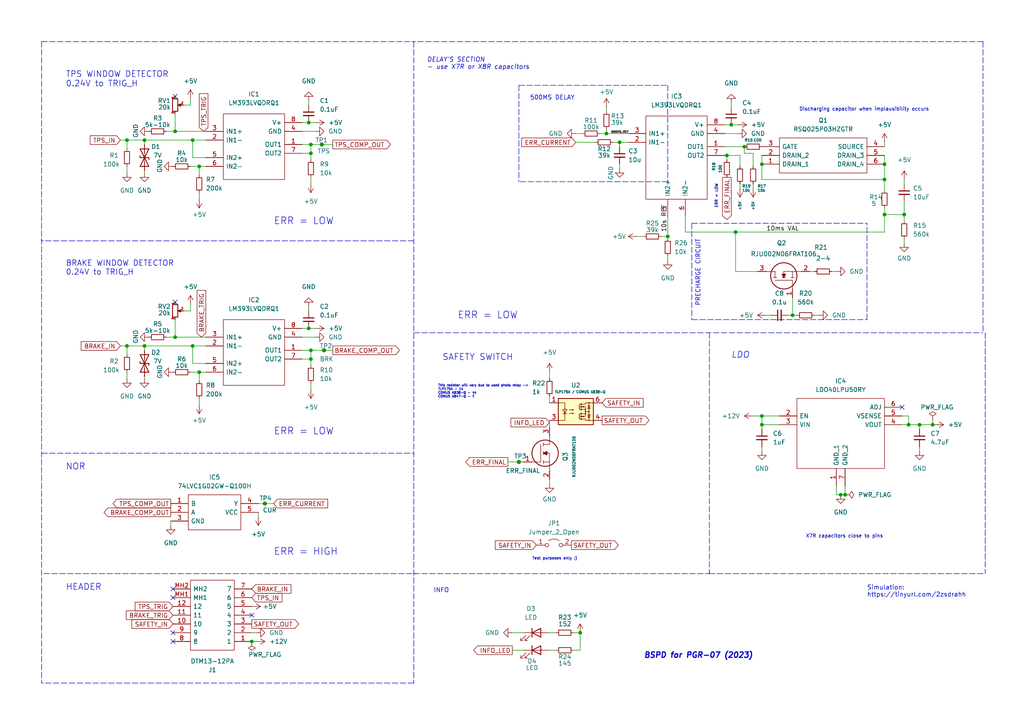
<source format=kicad_sch>
(kicad_sch (version 20211123) (generator eeschema)
  (paper "A4")
  (lib_symbols
    (symbol "BSPD-07:74LVC1G02GW-Q100H" (pin_names (offset 0.762))
      (property "Reference" "IC" (at 21.59 7.62 0))
      (property "Value" "74LVC1G02GW-Q100H" (at 21.59 5.08 0))
      (symbol "74LVC1G02GW-Q100H_0_0"
        (pin passive line (at 0 0 0) (length 5.08) (name "B") (number "1"))
        (pin passive line (at 0 -2.54 0) (length 5.08) (name "A") (number "2"))
        (pin passive line (at 0 -5.08 0) (length 5.08) (name "GND") (number "3"))
        (pin passive line (at 25.4 0 180) (length 5.08) (name "Y") (number "4"))
        (pin passive line (at 25.4 -2.54 180) (length 5.08) (name "VCC") (number "5"))
      )
    )
    (symbol "BSPD-07:DTM13-12PA" (pin_names (offset 0.762))
      (property "Reference" "J" (at 19.05 7.62 0))
      (property "Value" "DTM13-12PA" (at 19.05 5.08 0))
      (symbol "DTM13-12PA_0_0"
        (pin passive line (at 0 0 0) (length 5.08) (name "1") (number "1"))
        (pin passive line (at 22.86 -5.08 180) (length 5.08) (name "10") (number "10"))
        (pin passive line (at 22.86 -7.62 180) (length 5.08) (name "11") (number "11"))
        (pin passive line (at 22.86 -10.16 180) (length 5.08) (name "12") (number "12"))
        (pin passive line (at 0 -2.54 0) (length 5.08) (name "2") (number "2"))
        (pin passive line (at 0 -5.08 0) (length 5.08) (name "3") (number "3"))
        (pin passive line (at 0 -7.62 0) (length 5.08) (name "4") (number "4"))
        (pin passive line (at 0 -10.16 0) (length 5.08) (name "5") (number "5"))
        (pin passive line (at 0 -12.7 0) (length 5.08) (name "6") (number "6"))
        (pin passive line (at 0 -15.24 0) (length 5.08) (name "7") (number "7"))
        (pin passive line (at 22.86 0 180) (length 5.08) (name "8") (number "8"))
        (pin passive line (at 22.86 -2.54 180) (length 5.08) (name "9") (number "9"))
        (pin passive line (at 22.86 -12.7 180) (length 5.08) (name "MH1") (number "MH1"))
        (pin passive line (at 22.86 -15.24 180) (length 5.08) (name "MH2") (number "MH2"))
      )
    )
    (symbol "BSPD-07:LDO40LPU50RY" (pin_names (offset 0.762))
      (property "Reference" "IC" (at 31.75 7.62 0))
      (property "Value" "LDO40LPU50RY" (at 31.75 5.08 0))
      (symbol "LDO40LPU50RY_0_0"
        (pin passive line (at 16.51 -22.86 90) (length 5.08) (name "GND_1") (number "1"))
        (pin passive line (at 0 -2.54 0) (length 5.08) (name "EN") (number "2"))
        (pin passive line (at 0 -5.08 0) (length 5.08) (name "VIN") (number "3"))
        (pin passive line (at 35.56 -5.08 180) (length 5.08) (name "VOUT") (number "4"))
        (pin passive line (at 35.56 -2.54 180) (length 5.08) (name "VSENSE") (number "5"))
        (pin passive line (at 35.56 0 180) (length 5.08) (name "ADJ") (number "6"))
        (pin passive line (at 19.05 -22.86 90) (length 5.08) (name "GND_2") (number "7"))
      )
    )
    (symbol "BSPD-07:LM393LVQDRQ1" (pin_names (offset 0.762))
      (property "Reference" "IC" (at 24.13 7.62 0))
      (property "Value" "LM393LVQDRQ1" (at 24.13 5.08 0))
      (symbol "LM393LVQDRQ1_0_0"
        (pin passive line (at 27.94 -6.35 180) (length 5.08) (name "OUT1") (number "1"))
        (pin passive line (at 0 -5.08 0) (length 5.08) (name "IN1-") (number "2"))
        (pin passive line (at 0 -2.54 0) (length 5.08) (name "IN1+") (number "3"))
        (pin passive line (at 27.94 -2.54 180) (length 5.08) (name "GND") (number "4"))
        (pin passive line (at 0 -10.16 0) (length 5.08) (name "IN2+") (number "5"))
        (pin passive line (at 0 -12.7 0) (length 5.08) (name "IN2-") (number "6"))
        (pin passive line (at 27.94 -8.89 180) (length 5.08) (name "OUT2") (number "7"))
        (pin passive line (at 27.94 0 180) (length 5.08) (name "V+") (number "8"))
      )
    )
    (symbol "BSPD-07:RJU002N06FRAT106" (pin_names (offset 0.762))
      (property "Reference" "Q" (at 11.43 3.81 0))
      (property "Value" "RJU002N06FRAT106" (at 11.43 1.27 0))
      (symbol "RJU002N06FRAT106_0_0"
        (pin passive line (at 0 0 0) (length 2.54) (name "~") (number "1"))
        (pin passive line (at 7.62 -5.08 90) (length 2.54) (name "~") (number "2"))
        (pin passive line (at 7.62 10.16 270) (length 2.54) (name "~") (number "3"))
      )
    )
    (symbol "BSPD-07:RSQ025P03HZGTR" (pin_names (offset 0.762))
      (property "Reference" "Q" (at 31.75 7.62 0))
      (property "Value" "RSQ025P03HZGTR" (at 31.75 5.08 0))
      (symbol "RSQ025P03HZGTR_0_0"
        (pin passive line (at 0 0 0) (length 5.08) (name "DRAIN_1") (number "1"))
        (pin passive line (at 0 -2.54 0) (length 5.08) (name "DRAIN_2") (number "2"))
        (pin passive line (at 0 -5.08 0) (length 5.08) (name "GATE") (number "3"))
        (pin passive line (at 35.56 -5.08 180) (length 5.08) (name "SOURCE") (number "4"))
        (pin passive line (at 35.56 -2.54 180) (length 5.08) (name "DRAIN_3") (number "5"))
        (pin passive line (at 35.56 0 180) (length 5.08) (name "DRAIN_4") (number "6"))
      )
    )
    (symbol "Connector:TestPoint_Small" (pin_numbers hide) (pin_names (offset 0.762) hide)
      (property "Reference" "TP" (at 0 3.81 0))
      (property "Value" "TestPoint_Small" (at 0 2.032 0))
      (symbol "TestPoint_Small_1_1"
        (pin passive line (at 0 0 90) (length 0) (name "1") (number "1"))
      )
    )
    (symbol "Device:C_Small" (pin_numbers hide) (pin_names (offset 0.254) hide)
      (property "Reference" "C" (at 0.254 1.778 0))
      (property "Value" "C_Small" (at 0.254 -2.032 0))
      (symbol "C_Small_1_1"
        (pin passive line (at 0 2.54 270) (length 2.032) (name "~") (number "1"))
        (pin passive line (at 0 -2.54 90) (length 2.032) (name "~") (number "2"))
      )
    )
    (symbol "Device:D_TVS" (pin_numbers hide) (pin_names (offset 1.016) hide)
      (property "Reference" "D" (at 0 2.54 0))
      (property "Value" "D_TVS" (at 0 -2.54 0))
      (symbol "D_TVS_1_1"
        (pin passive line (at -3.81 0 0) (length 2.54) (name "A1") (number "1"))
        (pin passive line (at 3.81 0 180) (length 2.54) (name "A2") (number "2"))
      )
    )
    (symbol "Device:LED" (pin_numbers hide) (pin_names (offset 1.016) hide)
      (property "Reference" "D" (at 0 2.54 0))
      (property "Value" "LED" (at 0 -2.54 0))
      (symbol "LED_1_1"
        (pin passive line (at -3.81 0 0) (length 2.54) (name "K") (number "1"))
        (pin passive line (at 3.81 0 180) (length 2.54) (name "A") (number "2"))
      )
    )
    (symbol "Device:R_Potentiometer_Small" (pin_names (offset 1.016) hide)
      (property "Reference" "RV" (at -4.445 0 90))
      (property "Value" "R_Potentiometer_Small" (at -2.54 0 90))
      (symbol "R_Potentiometer_Small_1_1"
        (pin passive line (at 0 2.54 270) (length 0.635) (name "1") (number "1"))
        (pin passive line (at 2.54 0 180) (length 0.9906) (name "2") (number "2"))
        (pin passive line (at 0 -2.54 90) (length 0.635) (name "3") (number "3"))
      )
    )
    (symbol "Device:R_Small" (pin_numbers hide) (pin_names (offset 0.254) hide)
      (property "Reference" "R" (at 0.762 0.508 0))
      (property "Value" "R_Small" (at 0.762 -1.016 0))
      (symbol "R_Small_1_1"
        (pin passive line (at 0 2.54 270) (length 0.762) (name "~") (number "1"))
        (pin passive line (at 0 -2.54 90) (length 0.762) (name "~") (number "2"))
      )
    )
    (symbol "Jumper:Jumper_2_Open" (pin_names (offset 0) hide)
      (property "Reference" "JP" (at 0 2.794 0))
      (property "Value" "Jumper_2_Open" (at 0 -2.286 0))
      (symbol "Jumper_2_Open_1_1"
        (pin passive line (at -5.08 0 0) (length 2.54) (name "A") (number "1"))
        (pin passive line (at 5.08 0 180) (length 2.54) (name "B") (number "2"))
      )
    )
    (symbol "LM393LVQDRQ1_1" (pin_names (offset 0.762))
      (property "Reference" "IC3" (at 13.97 8.255 0))
      (property "Value" "LM393LVQDRQ1" (at 13.97 5.715 0))
      (symbol "LM393LVQDRQ1_1_0_0"
        (pin passive line (at 27.94 -6.35 180) (length 5.08) (name "OUT1") (number "1"))
        (pin passive line (at 0 -5.08 0) (length 5.08) (name "IN1-") (number "2"))
        (pin passive line (at 0 -2.54 0) (length 5.08) (name "IN1+") (number "3"))
        (pin passive line (at 27.94 -2.54 180) (length 5.08) (name "GND") (number "4"))
        (pin passive line (at 11.43 -26.67 90) (length 5.08) (name "IN2+") (number "5"))
        (pin passive line (at 16.51 -26.67 90) (length 5.08) (name "IN2-") (number "6"))
        (pin passive line (at 27.94 -8.89 180) (length 5.08) (name "OUT2") (number "7"))
        (pin passive line (at 27.94 0 180) (length 5.08) (name "V+") (number "8"))
      )
    )
    (symbol "Relay_SolidState:TLP175A"
      (property "Reference" "U" (at -5.08 4.953 0))
      (property "Value" "TLP175A" (at -5.08 -5.08 0))
      (symbol "TLP175A_1_1"
        (pin passive line (at -7.62 2.54 0) (length 2.54) (name "~") (number "1"))
        (pin passive line (at -7.62 -2.54 0) (length 2.54) (name "~") (number "3"))
        (pin passive line (at 7.62 -2.54 180) (length 2.54) (name "~") (number "4"))
        (pin passive line (at 7.62 2.54 180) (length 2.54) (name "~") (number "6"))
      )
    )
    (symbol "power:+12V" (power) (pin_names (offset 0))
      (property "Value" "+12V" (at 0 3.556 0))
      (symbol "+12V_1_1"
        (pin power_in line (at 0 0 90) (length 0) hide (name "+12V") (number "1"))
      )
    )
    (symbol "power:+5V" (power) (pin_names (offset 0))
      (property "Value" "+5V" (at 0 3.556 0))
      (symbol "+5V_1_1"
        (pin power_in line (at 0 0 90) (length 0) hide (name "+5V") (number "1"))
      )
    )
    (symbol "power:GND" (power) (pin_names (offset 0))
      (property "Value" "GND" (at 0 -3.81 0))
      (symbol "GND_1_1"
        (pin power_in line (at 0 0 270) (length 0) hide (name "GND") (number "1"))
      )
    )
    (symbol "power:PWR_FLAG" (power) (pin_numbers hide) (pin_names (offset 0) hide)
      (property "Value" "PWR_FLAG" (at 0 3.81 0))
      (symbol "PWR_FLAG_0_0"
        (pin power_out line (at 0 0 90) (length 0) (name "pwr") (number "1"))
      )
    )
  )
  (junction (at 256.54 52.07))
  (junction (at 175.895 38.735))
  (junction (at 179.705 41.275))
  (junction (at 57.785 48.26))
  (junction (at 270.51 123.19))
  (junction (at 73.025 186.055))
  (junction (at 256.54 47.625))
  (junction (at 41.91 100.33))
  (junction (at 262.255 62.23))
  (junction (at 50.8 97.79))
  (junction (at 57.785 107.95))
  (junction (at 55.88 100.33))
  (junction (at 266.7 123.19))
  (junction (at 245.11 143.51))
  (junction (at 36.83 40.64))
  (junction (at 55.88 40.64))
  (junction (at 210.82 45.085))
  (junction (at 89.535 95.25))
  (junction (at 193.675 68.58))
  (junction (at 89.535 35.56))
  (junction (at 213.36 67.31))
  (junction (at 229.87 91.44))
  (junction (at 90.17 104.14))
  (junction (at 50.8 38.1))
  (junction (at 243.84 143.51))
  (junction (at 93.98 101.6))
  (junction (at 90.17 44.45))
  (junction (at 212.09 36.195))
  (junction (at 256.54 62.23))
  (junction (at 93.345 41.91))
  (junction (at 168.275 183.515))
  (junction (at 41.91 40.64))
  (junction (at 36.83 100.33))
  (junction (at 215.9 42.545))
  (junction (at 90.17 41.91))
  (junction (at 220.98 120.65))
  (junction (at 220.98 123.19))
  (junction (at 150.495 133.985))
  (junction (at 76.835 146.05))
  (junction (at 220.98 47.625))
  (junction (at 263.525 123.19))
  (junction (at 90.17 101.6))
  (no_connect (at 50.8 87.63))
  (no_connect (at 50.165 170.815))
  (no_connect (at 50.165 183.515))
  (no_connect (at 50.165 173.355))
  (no_connect (at 73.025 178.435))
  (no_connect (at 50.165 186.055))
  (no_connect (at 50.8 27.94))
  (no_connect (at 261.62 118.11))
  (wire (pts (xy 74.93 146.05) (xy 76.835 146.05)))
  (wire (pts (xy 90.17 41.91) (xy 90.17 44.45)))
  (wire (pts (xy 34.925 100.33) (xy 36.83 100.33)))
  (wire (pts (xy 93.345 41.91) (xy 96.52 41.91)))
  (wire (pts (xy 256.54 41.275) (xy 256.54 42.545)))
  (wire (pts (xy 89.535 29.21) (xy 89.535 30.48)))
  (wire (pts (xy 256.54 60.325) (xy 256.54 62.23)))
  (wire (pts (xy 245.11 143.51) (xy 245.11 140.97)))
  (wire (pts (xy 241.3 78.74) (xy 242.57 78.74)))
  (wire (pts (xy 256.54 52.07) (xy 256.54 47.625)))
  (wire (pts (xy 55.245 90.17) (xy 53.34 90.17)))
  (wire (pts (xy 55.88 100.33) (xy 59.69 100.33)))
  (wire (pts (xy 242.57 143.51) (xy 243.84 143.51)))
  (wire (pts (xy 220.98 52.07) (xy 256.54 52.07)))
  (wire (pts (xy 212.09 36.195) (xy 213.995 36.195)))
  (wire (pts (xy 173.99 38.735) (xy 175.895 38.735)))
  (wire (pts (xy 90.17 44.45) (xy 90.17 46.355)))
  (wire (pts (xy 57.785 55.88) (xy 57.785 57.785)))
  (wire (pts (xy 220.98 123.19) (xy 220.98 124.46)))
  (wire (pts (xy 218.44 48.26) (xy 218.44 44.45)))
  (wire (pts (xy 262.255 62.23) (xy 262.255 64.135)))
  (wire (pts (xy 256.54 52.07) (xy 256.54 55.245)))
  (wire (pts (xy 175.895 31.115) (xy 175.895 32.385)))
  (wire (pts (xy 179.705 47.625) (xy 179.705 48.895)))
  (wire (pts (xy 193.675 62.865) (xy 193.675 68.58)))
  (wire (pts (xy 214.63 45.085) (xy 214.63 48.26)))
  (wire (pts (xy 76.835 146.05) (xy 79.375 146.05)))
  (wire (pts (xy 55.88 45.72) (xy 59.69 45.72)))
  (wire (pts (xy 36.83 107.95) (xy 36.83 109.855)))
  (polyline (pts (xy 150.495 24.765) (xy 150.495 52.705)))
  (wire (pts (xy 57.785 48.26) (xy 59.69 48.26)))
  (wire (pts (xy 55.245 88.265) (xy 55.245 90.17)))
  (wire (pts (xy 55.88 105.41) (xy 59.69 105.41)))
  (wire (pts (xy 210.82 45.085) (xy 210.82 46.355)))
  (wire (pts (xy 218.44 120.65) (xy 220.98 120.65)))
  (wire (pts (xy 210.185 45.085) (xy 210.82 45.085)))
  (polyline (pts (xy 200.66 92.71) (xy 251.46 92.71)))
  (wire (pts (xy 89.535 35.56) (xy 91.44 35.56)))
  (wire (pts (xy 87.63 35.56) (xy 89.535 35.56)))
  (polyline (pts (xy 205.74 166.37) (xy 205.74 165.735)))
  (polyline (pts (xy 285.115 12.065) (xy 120.015 12.065)))
  (wire (pts (xy 159.385 188.595) (xy 161.29 188.595)))
  (wire (pts (xy 212.09 29.845) (xy 212.09 31.115)))
  (polyline (pts (xy 193.675 52.705) (xy 150.495 52.705)))
  (polyline (pts (xy 120.015 12.065) (xy 120.015 198.12)))
  (wire (pts (xy 41.91 100.33) (xy 55.88 100.33)))
  (polyline (pts (xy 285.75 96.52) (xy 285.75 166.37)))
  (wire (pts (xy 191.77 68.58) (xy 193.675 68.58)))
  (polyline (pts (xy 12.065 131.445) (xy 120.015 131.445)))
  (wire (pts (xy 229.87 86.36) (xy 229.87 91.44)))
  (wire (pts (xy 266.7 129.54) (xy 266.7 130.81)))
  (wire (pts (xy 73.025 186.055) (xy 74.295 186.055)))
  (wire (pts (xy 41.91 109.22) (xy 41.91 109.855)))
  (wire (pts (xy 261.62 120.65) (xy 263.525 120.65)))
  (polyline (pts (xy 12.065 69.85) (xy 12.065 69.215)))
  (wire (pts (xy 48.26 97.79) (xy 50.8 97.79)))
  (wire (pts (xy 87.63 101.6) (xy 90.17 101.6)))
  (wire (pts (xy 234.95 78.74) (xy 236.22 78.74)))
  (polyline (pts (xy 251.46 92.71) (xy 251.46 64.77)))
  (wire (pts (xy 228.6 91.44) (xy 229.87 91.44)))
  (polyline (pts (xy 285.115 12.065) (xy 285.115 96.52)))
  (polyline (pts (xy 200.66 64.77) (xy 251.46 64.77)))
  (wire (pts (xy 87.63 104.14) (xy 90.17 104.14)))
  (wire (pts (xy 266.7 123.19) (xy 270.51 123.19)))
  (wire (pts (xy 41.91 49.53) (xy 41.91 50.165)))
  (wire (pts (xy 166.37 183.515) (xy 168.275 183.515)))
  (wire (pts (xy 177.8 41.275) (xy 179.705 41.275)))
  (polyline (pts (xy 120.015 96.52) (xy 285.115 96.52)))
  (wire (pts (xy 167.005 41.275) (xy 172.72 41.275)))
  (wire (pts (xy 159.385 114.935) (xy 159.385 116.84)))
  (wire (pts (xy 270.51 121.92) (xy 270.51 123.19)))
  (polyline (pts (xy 193.675 24.765) (xy 193.675 52.705)))
  (wire (pts (xy 87.63 97.79) (xy 91.44 97.79)))
  (wire (pts (xy 90.17 101.6) (xy 93.98 101.6)))
  (wire (pts (xy 55.245 28.575) (xy 55.245 30.48)))
  (wire (pts (xy 236.22 91.44) (xy 237.49 91.44)))
  (wire (pts (xy 36.83 100.33) (xy 41.91 100.33)))
  (wire (pts (xy 49.53 151.13) (xy 49.53 152.4)))
  (wire (pts (xy 148.59 188.595) (xy 151.765 188.595)))
  (wire (pts (xy 159.385 139.065) (xy 159.385 140.335)))
  (wire (pts (xy 214.63 53.34) (xy 214.63 54.61)))
  (wire (pts (xy 220.98 129.54) (xy 220.98 130.81)))
  (wire (pts (xy 36.83 48.26) (xy 36.83 50.165)))
  (wire (pts (xy 213.36 67.31) (xy 256.54 67.31)))
  (wire (pts (xy 262.255 58.42) (xy 262.255 62.23)))
  (wire (pts (xy 55.88 100.33) (xy 55.88 105.41)))
  (wire (pts (xy 50.8 97.79) (xy 59.69 97.79)))
  (wire (pts (xy 215.9 44.45) (xy 215.9 42.545)))
  (wire (pts (xy 34.925 40.64) (xy 36.83 40.64)))
  (wire (pts (xy 57.785 48.26) (xy 57.785 50.8)))
  (wire (pts (xy 243.84 143.51) (xy 245.11 143.51)))
  (wire (pts (xy 193.675 74.295) (xy 193.675 75.565)))
  (polyline (pts (xy 12.065 12.065) (xy 120.015 12.065)))
  (wire (pts (xy 41.91 40.64) (xy 55.88 40.64)))
  (polyline (pts (xy 12.065 12.065) (xy 12.065 198.12)))
  (wire (pts (xy 87.63 44.45) (xy 90.17 44.45)))
  (wire (pts (xy 57.785 115.57) (xy 57.785 117.475)))
  (wire (pts (xy 179.705 41.275) (xy 179.705 42.545)))
  (wire (pts (xy 175.895 38.735) (xy 182.245 38.735)))
  (polyline (pts (xy 150.495 24.765) (xy 193.675 24.765)))
  (wire (pts (xy 159.385 183.515) (xy 161.29 183.515)))
  (wire (pts (xy 262.255 52.07) (xy 262.255 53.34)))
  (wire (pts (xy 270.51 123.19) (xy 271.145 123.19)))
  (wire (pts (xy 90.17 51.435) (xy 90.17 53.34)))
  (wire (pts (xy 175.895 37.465) (xy 175.895 38.735)))
  (polyline (pts (xy 120.015 69.85) (xy 12.065 69.85)))
  (wire (pts (xy 210.185 42.545) (xy 215.9 42.545)))
  (wire (pts (xy 193.675 68.58) (xy 193.675 69.215)))
  (wire (pts (xy 220.98 45.085) (xy 220.98 47.625)))
  (wire (pts (xy 210.185 38.735) (xy 213.995 38.735)))
  (wire (pts (xy 89.535 95.25) (xy 91.44 95.25)))
  (wire (pts (xy 90.17 104.14) (xy 90.17 106.045)))
  (wire (pts (xy 50.8 92.71) (xy 50.8 97.79)))
  (wire (pts (xy 55.245 107.95) (xy 57.785 107.95)))
  (wire (pts (xy 256.54 47.625) (xy 256.54 45.085)))
  (wire (pts (xy 184.785 68.58) (xy 186.69 68.58)))
  (polyline (pts (xy 12.7 166.37) (xy 120.65 166.37)))
  (wire (pts (xy 90.17 41.91) (xy 93.345 41.91)))
  (wire (pts (xy 36.83 40.64) (xy 41.91 40.64)))
  (wire (pts (xy 256.54 67.31) (xy 256.54 62.23)))
  (wire (pts (xy 57.785 107.95) (xy 59.69 107.95)))
  (wire (pts (xy 90.17 101.6) (xy 90.17 104.14)))
  (wire (pts (xy 55.88 40.64) (xy 55.88 45.72)))
  (wire (pts (xy 36.83 100.33) (xy 36.83 102.87)))
  (wire (pts (xy 262.255 62.23) (xy 256.54 62.23)))
  (wire (pts (xy 179.705 41.275) (xy 182.245 41.275)))
  (wire (pts (xy 50.8 38.1) (xy 59.69 38.1)))
  (wire (pts (xy 242.57 140.97) (xy 242.57 143.51)))
  (wire (pts (xy 263.525 123.19) (xy 266.7 123.19)))
  (wire (pts (xy 168.275 188.595) (xy 166.37 188.595)))
  (wire (pts (xy 263.525 120.65) (xy 263.525 123.19)))
  (wire (pts (xy 55.245 48.26) (xy 57.785 48.26)))
  (wire (pts (xy 226.06 123.19) (xy 220.98 123.19)))
  (wire (pts (xy 168.275 183.515) (xy 168.275 188.595)))
  (wire (pts (xy 229.87 91.44) (xy 231.14 91.44)))
  (wire (pts (xy 262.255 69.215) (xy 262.255 70.485)))
  (wire (pts (xy 57.785 107.95) (xy 57.785 110.49)))
  (wire (pts (xy 226.06 120.65) (xy 220.98 120.65)))
  (wire (pts (xy 210.82 45.085) (xy 214.63 45.085)))
  (wire (pts (xy 219.71 78.74) (xy 213.36 78.74)))
  (wire (pts (xy 87.63 95.25) (xy 89.535 95.25)))
  (wire (pts (xy 73.025 183.515) (xy 74.295 183.515)))
  (wire (pts (xy 218.44 53.34) (xy 218.44 54.61)))
  (wire (pts (xy 159.385 121.92) (xy 159.385 123.825)))
  (wire (pts (xy 90.17 111.125) (xy 90.17 113.03)))
  (wire (pts (xy 48.26 38.1) (xy 50.8 38.1)))
  (wire (pts (xy 222.25 91.44) (xy 223.52 91.44)))
  (wire (pts (xy 167.005 38.735) (xy 168.91 38.735)))
  (wire (pts (xy 210.185 36.195) (xy 212.09 36.195)))
  (wire (pts (xy 266.7 123.19) (xy 266.7 124.46)))
  (wire (pts (xy 87.63 41.91) (xy 90.17 41.91)))
  (polyline (pts (xy 200.66 64.77) (xy 200.66 92.71)))
  (wire (pts (xy 55.245 30.48) (xy 53.34 30.48)))
  (wire (pts (xy 148.59 183.515) (xy 151.765 183.515)))
  (wire (pts (xy 50.8 33.02) (xy 50.8 38.1)))
  (wire (pts (xy 93.98 101.6) (xy 96.52 101.6)))
  (wire (pts (xy 41.91 40.64) (xy 41.91 41.91)))
  (wire (pts (xy 213.36 78.74) (xy 213.36 67.31)))
  (wire (pts (xy 87.63 38.1) (xy 91.44 38.1)))
  (wire (pts (xy 55.88 40.64) (xy 59.69 40.64)))
  (wire (pts (xy 159.385 107.95) (xy 159.385 109.855)))
  (wire (pts (xy 198.755 67.31) (xy 213.36 67.31)))
  (wire (pts (xy 198.755 62.865) (xy 198.755 67.31)))
  (wire (pts (xy 220.98 47.625) (xy 220.98 52.07)))
  (wire (pts (xy 218.44 44.45) (xy 215.9 44.45)))
  (wire (pts (xy 36.83 40.64) (xy 36.83 43.18)))
  (wire (pts (xy 74.93 148.59) (xy 74.93 149.86)))
  (polyline (pts (xy 120.015 198.12) (xy 12.065 198.12)))
  (wire (pts (xy 41.91 100.33) (xy 41.91 101.6)))
  (polyline (pts (xy 205.74 96.52) (xy 205.74 166.37)))
  (wire (pts (xy 220.98 120.65) (xy 220.98 123.19)))
  (wire (pts (xy 147.32 133.985) (xy 150.495 133.985)))
  (wire (pts (xy 261.62 123.19) (xy 263.525 123.19)))
  (polyline (pts (xy 120.015 166.37) (xy 205.74 166.37)))
  (wire (pts (xy 150.495 133.985) (xy 151.765 133.985)))
  (polyline (pts (xy 205.74 166.37) (xy 285.75 166.37)))
  (wire (pts (xy 89.535 88.9) (xy 89.535 90.17)))
  (text "PRECHARGE CIRCUIT" (at 203.2 88.9 90) (effects (font (size 1.27 1.27)) (justify left bottom)))
  (text "Discharging capacitor when implausibility occurs" (at 231.775 32.385 0) (effects (font (size 1 1)) (justify left bottom)))
  (text "This resistor will vary due to used photo relay ->\nTLP175A - 1k\nCOMUS AB38-Q - 4k\nCOMUS AB47-Q - ?" (at 127 115.57 0) (effects (font (size 0.67 0.67)) (justify left bottom)))
  (text "Test purposes only ;)" (at 154.305 162.56 0) (effects (font (size 0.8 0.8)) (justify left bottom)))
  (text "HEADER" (at 19.05 171.45 0) (effects (font (size 1.8 1.8)) (justify left bottom)))
  (text "INFO\n" (at 125.73 172.085 0) (effects (font (size 1.27 1.27)) (justify left bottom)))
  (text "ERR = LOW" (at 132.715 92.71 0) (effects (font (size 2 2)) (justify left bottom)))
  (text "DELAY'S SECTION\n- use X7R or X8R capacitors" (at 123.825 20.32 0) (effects (font (size 1.3 1.3) italic) (justify left bottom)))
  (text "500MS DELAY" (at 153.67 29.21 0) (effects (font (size 1.27 1.27)) (justify left bottom)))
  (text "ERR = LOW" (at 208.28 53.34 270) (effects (font (size 0.8 0.8)) (justify right bottom)))
  (text "NOR" (at 19.05 136.525 0) (effects (font (size 1.8 1.8)) (justify left bottom)))
  (text "Simulation:\nhttps://tinyurl.com/2zsdrahh" (at 251.46 173.355 0) (effects (font (size 1.27 1.27)) (justify left bottom)))
  (text "X7R capacitors close to pins" (at 233.68 156.21 0) (effects (font (size 1 1)) (justify left bottom)))
  (text "TPS WINDOW DETECTOR\n0.24V to TRIG_H\n" (at 19.05 25.4 0) (effects (font (size 1.7 1.7)) (justify left bottom)))
  (text "ERR = LOW" (at 79.375 65.405 0) (effects (font (size 2 2)) (justify left bottom)))
  (text "ERR = LOW" (at 79.375 126.365 0) (effects (font (size 2 2)) (justify left bottom)))
  (text "SAFETY SWITCH" (at 128.27 104.775 0) (effects (font (size 1.8 1.8)) (justify left bottom)))
  (text "LDO" (at 212.09 104.14 0) (effects (font (size 1.8 1.8) italic) (justify left bottom)))
  (text "ERR = HIGH" (at 79.375 161.29 0) (effects (font (size 2 2)) (justify left bottom)))
  (text "BRAKE WINDOW DETECTOR\n0.24V to TRIG_H" (at 19.05 80.01 0) (effects (font (size 1.6 1.6)) (justify left bottom)))
  (text "BSPD for PGR-07 (2023)" (at 186.69 191.135 0) (effects (font (size 1.6 1.6) (thickness 0.32) bold italic) (justify left bottom)))
  (label "10ms VAL" (at 222.25 67.31 0))
  (label "10s REF" (at 193.675 67.31 90))
  (label "500MS_REF" (at 177.165 38.735 0) (effects (font (size 0.6 0.6))))
  (global_label "TPS_IN" (shape input) (at 34.925 40.64 180) (property "Intersheet References" "${INTERSHEET_REFS}" (effects hide)))
  (global_label "INFO_LED" (shape input) (at 159.385 122.555 180) (property "Intersheet References" "${INTERSHEET_REFS}" (effects hide)))
  (global_label "SAFETY_IN" (shape input) (at 155.575 158.115 180) (property "Intersheet References" "${INTERSHEET_REFS}" (effects hide)))
  (global_label "BRAKE_COMP_OUT" (shape output) (at 96.52 101.6 0) (property "Intersheet References" "${INTERSHEET_REFS}" (effects hide)))
  (global_label "SAFETY_IN" (shape input) (at 174.625 116.84 0) (property "Intersheet References" "${INTERSHEET_REFS}" (effects hide)))
  (global_label "SAFETY_OUT" (shape output) (at 174.625 121.92 0) (property "Intersheet References" "${INTERSHEET_REFS}" (effects hide)))
  (global_label "BRAKE_IN" (shape input) (at 73.025 170.815 0) (property "Intersheet References" "${INTERSHEET_REFS}" (effects hide)))
  (global_label "TPS_COMP_OUT" (shape output) (at 49.53 146.05 180) (property "Intersheet References" "${INTERSHEET_REFS}" (effects hide)))
  (global_label "BRAKE_COMP_OUT" (shape output) (at 49.53 148.59 180) (property "Intersheet References" "${INTERSHEET_REFS}" (effects hide)))
  (global_label "INFO_LED" (shape output) (at 148.59 188.595 180) (property "Intersheet References" "${INTERSHEET_REFS}" (effects hide)))
  (global_label "TPS_TRIG" (shape input) (at 50.165 175.895 180) (property "Intersheet References" "${INTERSHEET_REFS}" (effects hide)))
  (global_label "ERR_FINAL" (shape output) (at 147.32 133.985 180) (property "Intersheet References" "${INTERSHEET_REFS}" (effects hide)))
  (global_label "BRAKE_IN" (shape input) (at 34.925 100.33 180) (property "Intersheet References" "${INTERSHEET_REFS}" (effects hide)))
  (global_label "ERR_CURRENT" (shape input) (at 167.005 41.275 180) (property "Intersheet References" "${INTERSHEET_REFS}" (effects hide)))
  (global_label "TPS_IN" (shape input) (at 73.025 173.355 0) (property "Intersheet References" "${INTERSHEET_REFS}" (effects hide)))
  (global_label "ERR_CURRENT" (shape input) (at 79.375 146.05 0) (property "Intersheet References" "${INTERSHEET_REFS}" (effects hide)))
  (global_label "BRAKE_TRIG" (shape input) (at 58.42 97.79 90) (property "Intersheet References" "${INTERSHEET_REFS}" (effects hide)))
  (global_label "BRAKE_TRIG" (shape input) (at 50.165 178.435 180) (property "Intersheet References" "${INTERSHEET_REFS}" (effects hide)))
  (global_label "SAFETY_IN" (shape input) (at 50.165 180.975 180) (property "Intersheet References" "${INTERSHEET_REFS}" (effects hide)))
  (global_label "TPS_TRIG" (shape input) (at 59.055 38.1 90) (property "Intersheet References" "${INTERSHEET_REFS}" (effects hide)))
  (global_label "SAFETY_OUT" (shape output) (at 165.735 158.115 0) (property "Intersheet References" "${INTERSHEET_REFS}" (effects hide)))
  (global_label "TPS_COMP_OUT" (shape output) (at 96.52 41.91 0) (property "Intersheet References" "${INTERSHEET_REFS}" (effects hide)))
  (global_label "ERR_FINAL" (shape output) (at 210.82 51.435 270) (property "Intersheet References" "${INTERSHEET_REFS}" (effects hide)))
  (global_label "SAFETY_OUT" (shape output) (at 73.025 180.975 0) (property "Intersheet References" "${INTERSHEET_REFS}" (effects hide)))
  (symbol (lib_id "power:+5V") (at 175.895 31.115 0) (unit 1)
    (property "Reference" "#PWR0125" (effects hide))
    (property "Value" "+5V" (at 175.895 26.67 0))
  )
  (symbol (lib_id "power:GND") (at 262.255 70.485 0) (unit 1)
    (property "Reference" "#PWR0127" (effects hide))
    (property "Value" "GND" (at 262.255 74.93 0))
  )
  (symbol (lib_id "power:GND") (at 193.675 75.565 0) (unit 1)
    (property "Reference" "#PWR0149" (effects hide))
    (property "Value" "GND" (at 193.675 80.645 0))
  )
  (symbol (lib_id "power:PWR_FLAG") (at 73.025 186.055 180) (unit 1)
    (property "Reference" "#FLG0102" (effects hide))
    (property "Value" "PWR_FLAG" (at 76.835 189.865 0))
  )
  (symbol (lib_id "power:GND") (at 242.57 78.74 90) (unit 1)
    (property "Reference" "#PWR0141" (effects hide))
    (property "Value" "GND" (at 246.38 78.7399 90) (effects (justify right)))
  )
  (symbol (lib_id "power:GND") (at 89.535 88.9 180) (unit 1)
    (property "Reference" "#PWR0105" (effects hide))
    (property "Value" "GND" (at 89.535 83.185 0))
  )
  (symbol (lib_id "power:GND") (at 89.535 29.21 180) (unit 1)
    (property "Reference" "#PWR0101" (effects hide))
    (property "Value" "GND" (at 89.535 23.495 0))
  )
  (symbol (lib_id "power:GND") (at 49.53 152.4 0) (unit 1)
    (property "Reference" "#PWR0138" (effects hide))
    (property "Value" "GND" (at 49.53 157.48 0))
  )
  (symbol (lib_id "power:+5V") (at 57.785 117.475 180) (unit 1)
    (property "Reference" "#PWR0116" (effects hide))
    (property "Value" "+5V" (at 57.785 121.92 0))
  )
  (symbol (lib_id "Device:C_Small") (at 89.535 33.02 0) (unit 1)
    (property "Reference" "C1" (at 92.71 29.21 0) (effects (justify left)))
    (property "Value" "0.1uF" (at 92.71 31.75 0) (effects (justify left)))
    (property "Footprint" "Capacitor_SMD:C_0402_1005Metric" (effects hide))
  )
  (symbol (lib_id "power:GND") (at 74.295 183.515 90) (unit 1)
    (property "Reference" "#PWR0135" (effects hide))
    (property "Value" "GND" (at 78.105 183.5151 90) (effects (justify right)))
  )
  (symbol (lib_id "Device:R_Small") (at 52.705 107.95 90) (unit 1)
    (property "Reference" "R6" (at 52.705 104.14 90))
    (property "Value" "10k" (at 52.705 106.045 90))
    (property "Footprint" "Resistor_SMD:R_0402_1005Metric" (effects hide))
  )
  (symbol (lib_id "power:GND") (at 36.83 109.855 0) (unit 1)
    (property "Reference" "#PWR0114" (effects hide))
    (property "Value" "GND" (at 36.83 114.935 0))
  )
  (symbol (lib_id "Device:R_Small") (at 171.45 38.735 270) (unit 1)
    (property "Reference" "R11" (at 171.45 34.925 90))
    (property "Value" "100k" (at 171.45 36.83 90))
    (property "Footprint" "Resistor_SMD:R_0402_1005Metric" (effects hide))
  )
  (symbol (lib_id "power:GND") (at 91.44 97.79 90) (unit 1)
    (property "Reference" "#PWR0111" (effects hide))
    (property "Value" "GND" (at 95.25 97.7899 90) (effects (justify right)))
  )
  (symbol (lib_id "power:+5V") (at 262.255 52.07 0) (unit 1)
    (property "Reference" "#PWR0128" (effects hide))
    (property "Value" "+5V" (at 262.255 46.355 0))
  )
  (symbol (lib_id "Device:R_Small") (at 163.83 188.595 90) (unit 1)
    (property "Reference" "R24" (at 163.83 190.5 90))
    (property "Value" "145" (at 163.83 192.405 90))
    (property "Footprint" "Resistor_SMD:R_0402_1005Metric" (effects hide))
  )
  (symbol (lib_id "Device:R_Small") (at 210.82 48.895 0) (unit 1)
    (property "Reference" "R18" (at 207.01 49.53 90) (effects (font (size 0.8 0.8)) (justify left)))
    (property "Value" "100" (at 208.915 50.165 90) (effects (font (size 0.8 0.8)) (justify left)))
    (property "Footprint" "Resistor_SMD:R_0402_1005Metric" (effects hide))
  )
  (symbol (lib_id "Device:R_Small") (at 159.385 112.395 180) (unit 1)
    (property "Reference" "R22" (at 154.305 111.125 0) (effects (justify right)))
    (property "Value" "1k" (at 154.305 113.665 0) (effects (justify right)))
    (property "Footprint" "Resistor_SMD:R_0402_1005Metric" (effects hide))
  )
  (symbol (lib_id "power:+5V") (at 184.785 68.58 90) (unit 1)
    (property "Reference" "#PWR0148" (effects hide))
    (property "Value" "+5V" (at 181.61 68.5799 90) (effects (justify left)))
  )
  (symbol (lib_id "Device:C_Small") (at 220.98 127 0) (unit 1)
    (property "Reference" "C6" (at 224.155 125.7362 0) (effects (justify left)))
    (property "Value" "1uF" (at 224.155 128.2762 0) (effects (justify left)))
    (property "Footprint" "Capacitor_SMD:C_0805_2012Metric" (effects hide))
  )
  (symbol (lib_id "power:GND") (at 50.165 107.95 270) (unit 1)
    (property "Reference" "#PWR0113" (effects hide))
    (property "Value" "GND" (at 46.355 109.855 0) (effects (justify right)))
  )
  (symbol (lib_id "Device:R_Small") (at 45.72 97.79 90) (unit 1)
    (property "Reference" "R5" (at 45.72 93.98 90))
    (property "Value" "5k-10k" (at 45.72 95.885 90))
    (property "Footprint" "Resistor_SMD:R_0402_1005Metric" (effects hide))
  )
  (symbol (lib_id "power:GND") (at 91.44 38.1 90) (unit 1)
    (property "Reference" "#PWR0108" (effects hide))
    (property "Value" "GND" (at 95.25 38.0999 90) (effects (justify right)))
  )
  (symbol (lib_id "BSPD-07:LM393LVQDRQ1") (at 59.69 95.25 0) (unit 1)
    (property "Reference" "IC2" (at 73.66 86.995 0))
    (property "Value" "LM393LVQDRQ1" (at 73.66 89.535 0))
    (property "Footprint" "BSPD_07:SOIC127P600X175-8N" (effects hide))
    (property "Datasheet" "https://www.ti.com/lit/gpn/lm393lv-q1" (effects hide))
    (property "Description" "Analog Comparators Automotive low-voltage commodity comparator 8-SOIC -40 to 125" (effects hide))
    (property "Height" "1.75" (effects hide))
    (property "Manufacturer_Name" "Texas Instruments" (effects hide))
    (property "Manufacturer_Part_Number" "LM393LVQDRQ1" (effects hide))
    (property "Mouser Part Number" "595-LM393LVQDRQ1" (effects hide))
    (property "Mouser Price/Stock" "https://www.mouser.co.uk/ProductDetail/Texas-Instruments/LM393LVQDRQ1?qs=IS%252B4QmGtzzqk8QFsvXuXMw%3D%3D" (effects hide))
    (property "Arrow Part Number" "LM393LVQDRQ1" (effects hide))
    (property "Arrow Price/Stock" "https://www.arrow.com/en/products/lm393lvqdrq1/texas-instruments?region=nac" (effects hide))
  )
  (symbol (lib_name "LM393LVQDRQ1_1") (lib_id "BSPD-07:LM393LVQDRQ1") (at 182.245 36.195 0) (unit 1)
    (property "Reference" "IC3" (at 196.215 27.94 0))
    (property "Value" "LM393LVQDRQ1" (at 196.215 30.48 0))
    (property "Footprint" "BSPD_07:SOIC127P600X175-8N" (effects hide))
    (property "Datasheet" "https://www.ti.com/lit/gpn/lm393lv-q1" (effects hide))
    (property "Description" "Analog Comparators Automotive low-voltage commodity comparator 8-SOIC -40 to 125" (effects hide))
    (property "Height" "1.75" (effects hide))
    (property "Manufacturer_Name" "Texas Instruments" (effects hide))
    (property "Manufacturer_Part_Number" "LM393LVQDRQ1" (effects hide))
    (property "Mouser Part Number" "595-LM393LVQDRQ1" (effects hide))
    (property "Mouser Price/Stock" "https://www.mouser.co.uk/ProductDetail/Texas-Instruments/LM393LVQDRQ1?qs=IS%252B4QmGtzzqk8QFsvXuXMw%3D%3D" (effects hide))
    (property "Arrow Part Number" "LM393LVQDRQ1" (effects hide))
    (property "Arrow Price/Stock" "https://www.arrow.com/en/products/lm393lvqdrq1/texas-instruments?region=nac" (effects hide))
  )
  (symbol (lib_id "Device:R_Small") (at 189.23 68.58 90) (unit 1)
    (property "Reference" "R25" (at 189.23 64.77 90))
    (property "Value" "39k" (at 189.23 66.675 90))
    (property "Footprint" "Resistor_SMD:R_0402_1005Metric" (effects hide))
  )
  (symbol (lib_id "Device:R_Small") (at 175.26 41.275 270) (unit 1)
    (property "Reference" "R12" (at 175.26 43.18 90))
    (property "Value" "39k" (at 175.26 45.085 90))
    (property "Footprint" "Resistor_SMD:R_0402_1005Metric" (effects hide))
  )
  (symbol (lib_id "Device:R_Potentiometer_Small") (at 50.8 90.17 0) (unit 1)
    (property "Reference" "RV2" (at 49.53 88.9 0) (effects (justify right)))
    (property "Value" "20k" (at 49.53 90.805 0) (effects (justify right)))
    (property "Footprint" "BSPD_07:POT-3296X1223LF" (effects hide))
  )
  (symbol (lib_id "power:GND") (at 50.165 48.26 270) (unit 1)
    (property "Reference" "#PWR0118" (effects hide))
    (property "Value" "GND" (at 46.355 50.165 0) (effects (justify right)))
  )
  (symbol (lib_id "Device:R_Small") (at 90.17 108.585 0) (unit 1)
    (property "Reference" "R10" (at 92.71 107.3149 0) (effects (justify left)))
    (property "Value" "10k" (at 92.71 109.8549 0) (effects (justify left)))
    (property "Footprint" "Resistor_SMD:R_0402_1005Metric" (effects hide))
  )
  (symbol (lib_id "Device:R_Small") (at 36.83 105.41 180) (unit 1)
    (property "Reference" "R2" (at 31.75 104.775 0) (effects (justify right)))
    (property "Value" "100k" (at 29.845 107.315 0) (effects (justify right)))
    (property "Footprint" "Resistor_SMD:R_0402_1005Metric" (effects hide))
  )
  (symbol (lib_id "power:+5V") (at 213.995 36.195 270) (unit 1)
    (property "Reference" "#PWR0121" (effects hide))
    (property "Value" "+5V" (at 217.805 36.195 90) (effects (justify left)))
  )
  (symbol (lib_id "Connector:TestPoint_Small") (at 76.835 146.05 0) (unit 1)
    (property "Reference" "TP4" (at 75.184 144.526 0) (effects (justify left)))
    (property "Value" "CUR" (at 76.2 147.955 0) (effects (justify left)))
    (property "Footprint" "TestPoint:TestPoint_Pad_D1.0mm" (effects hide))
  )
  (symbol (lib_id "Device:R_Small") (at 218.44 42.545 90) (unit 1)
    (property "Reference" "R16" (at 217.17 40.64 90) (effects (font (size 0.8 0.8))))
    (property "Value" "100" (at 219.71 40.64 90) (effects (font (size 0.8 0.8))))
    (property "Footprint" "Resistor_SMD:R_0402_1005Metric" (effects hide))
  )
  (symbol (lib_id "Device:C_Small") (at 266.7 127 0) (unit 1)
    (property "Reference" "C7" (at 269.875 125.7362 0) (effects (justify left)))
    (property "Value" "4.7uF" (at 269.875 128.2762 0) (effects (justify left)))
    (property "Footprint" "Capacitor_SMD:C_0805_2012Metric" (effects hide))
  )
  (symbol (lib_id "Device:R_Small") (at 90.17 48.895 0) (unit 1)
    (property "Reference" "R9" (at 92.71 47.6249 0) (effects (justify left)))
    (property "Value" "10k" (at 92.71 50.1649 0) (effects (justify left)))
    (property "Footprint" "Resistor_SMD:R_0402_1005Metric" (effects hide))
  )
  (symbol (lib_id "Device:C_Small") (at 89.535 92.71 0) (unit 1)
    (property "Reference" "C2" (at 92.71 88.9 0) (effects (justify left)))
    (property "Value" "0.1uF" (at 92.71 91.44 0) (effects (justify left)))
    (property "Footprint" "Capacitor_SMD:C_0402_1005Metric" (effects hide))
  )
  (symbol (lib_id "power:+5V") (at 256.54 41.275 0) (unit 1)
    (property "Reference" "#PWR0129" (effects hide))
    (property "Value" "+5V" (at 256.54 36.195 0))
  )
  (symbol (lib_id "Device:C_Small") (at 212.09 33.655 0) (unit 1)
    (property "Reference" "C4" (at 215.265 29.845 0) (effects (justify left)))
    (property "Value" "0.1uF" (at 215.265 32.385 0) (effects (justify left)))
    (property "Footprint" "Capacitor_SMD:C_0402_1005Metric" (effects hide))
  )
  (symbol (lib_id "power:+5V") (at 91.44 95.25 270) (unit 1)
    (property "Reference" "#PWR0107" (effects hide))
    (property "Value" "+5V" (at 95.25 95.2499 90) (effects (justify left)))
  )
  (symbol (lib_id "BSPD-07:DTM13-12PA") (at 73.025 186.055 180) (unit 1)
    (property "Reference" "J1" (at 61.595 194.31 0))
    (property "Value" "DTM13-12PA" (at 61.595 191.77 0))
    (property "Footprint" "BSPD_07:DTM1312PA" (effects hide))
    (property "Datasheet" "https://datasheet.datasheetarchive.com/originals/distributors/DKDS-22/431684.pdf" (effects hide))
    (property "Description" "Automotive Connectors 12P SZ 20 DTM RECP" (effects hide))
    (property "Height" "35.18" (effects hide))
    (property "Manufacturer_Name" "TE Connectivity" (effects hide))
    (property "Manufacturer_Part_Number" "DTM13-12PA" (effects hide))
    (property "Mouser Part Number" "571-DTM13-12PA" (effects hide))
    (property "Mouser Price/Stock" "https://www.mouser.co.uk/ProductDetail/TE-Connectivity-DEUTSCH/DTM13-12PA?qs=cgQJD%2FpJz0wRVbmAAJ6nZw%3D%3D" (effects hide))
  )
  (symbol (lib_id "power:GND") (at 43.18 97.79 270) (unit 1)
    (property "Reference" "#PWR0112" (effects hide))
    (property "Value" "GND" (at 39.37 99.695 0) (effects (justify right)))
  )
  (symbol (lib_id "Device:R_Small") (at 57.785 53.34 0) (unit 1)
    (property "Reference" "R7" (at 59.69 52.0699 0) (effects (justify left)))
    (property "Value" "200k" (at 59.69 54.6099 0) (effects (justify left)))
    (property "Footprint" "Resistor_SMD:R_0402_1005Metric" (effects hide))
  )
  (symbol (lib_id "power:+5V") (at 222.25 91.44 90) (unit 1)
    (property "Reference" "#PWR0142" (effects hide))
    (property "Value" "+5V" (at 218.44 91.4399 90) (effects (justify left)))
  )
  (symbol (lib_id "Device:R_Small") (at 193.675 71.755 0) (unit 1)
    (property "Reference" "R26" (at 195.58 70.4849 0) (effects (justify left)))
    (property "Value" "10k" (at 195.58 73.0249 0) (effects (justify left)))
    (property "Footprint" "Resistor_SMD:R_0402_1005Metric" (effects hide))
  )
  (symbol (lib_id "power:GND") (at 36.83 50.165 0) (unit 1)
    (property "Reference" "#PWR0120" (effects hide))
    (property "Value" "GND" (at 36.83 55.245 0))
  )
  (symbol (lib_id "Device:R_Small") (at 52.705 48.26 90) (unit 1)
    (property "Reference" "R4" (at 52.705 44.45 90))
    (property "Value" "10k" (at 52.705 46.355 90))
    (property "Footprint" "Resistor_SMD:R_0402_1005Metric" (effects hide))
  )
  (symbol (lib_id "Device:R_Potentiometer_Small") (at 50.8 30.48 0) (unit 1)
    (property "Reference" "RV1" (at 49.53 29.21 0) (effects (justify right)))
    (property "Value" "20k" (at 49.53 31.115 0) (effects (justify right)))
    (property "Footprint" "BSPD_07:POT-3296X1223LF" (effects hide))
  )
  (symbol (lib_id "power:+5V") (at 74.93 149.86 180) (unit 1)
    (property "Reference" "#PWR0137" (effects hide))
    (property "Value" "+5V" (at 74.93 154.94 0))
  )
  (symbol (lib_id "Device:R_Small") (at 256.54 57.785 0) (unit 1)
    (property "Reference" "R14" (at 252.095 57.15 0) (effects (justify left)))
    (property "Value" "5" (at 252.73 59.055 0) (effects (justify left)))
    (property "Footprint" "Resistor_SMD:R_0402_1005Metric" (effects hide))
  )
  (symbol (lib_id "Jumper:Jumper_2_Open") (at 160.655 158.115 0) (unit 1)
    (property "Reference" "JP1" (at 160.655 151.765 0))
    (property "Value" "Jumper_2_Open" (at 160.655 154.305 0))
    (property "Footprint" "Connector_PinHeader_2.54mm:PinHeader_1x02_P2.54mm_Vertical" (effects hide))
  )
  (symbol (lib_id "power:GND") (at 179.705 48.895 0) (unit 1)
    (property "Reference" "#PWR0123" (effects hide))
    (property "Value" "GND" (at 177.165 50.165 90))
  )
  (symbol (lib_id "BSPD-07:RJU002N06FRAT106") (at 151.765 133.985 0) (unit 1)
    (property "Reference" "Q3" (at 163.957 132.461 90))
    (property "Value" "RJU002N06FRAT106" (at 166.497 132.461 90) (effects (font (size 0.8 0.8))))
    (property "Footprint" "BSPD_07:SOT65P210X100-3N" (effects hide))
    (property "Datasheet" "https://datasheet.datasheetarchive.com/originals/distributors/DKDS-10/185695.pdf" (effects hide))
    (property "Description" "ROHM - RJU002N06FRAT106 - MOSFET, AEC-Q101, N-CH, 60V, 0.2A, UMT3" (effects hide))
    (property "Height" "1" (effects hide))
    (property "Manufacturer_Name" "ROHM Semiconductor" (effects hide))
    (property "Manufacturer_Part_Number" "RJU002N06FRAT106" (effects hide))
    (property "Mouser Part Number" "755-RJU002N06FRAT106" (effects hide))
    (property "Mouser Price/Stock" "https://www.mouser.com/Search/Refine.aspx?Keyword=755-RJU002N06FRAT106" (effects hide))
  )
  (symbol (lib_id "Device:LED") (at 155.575 188.595 0) (unit 1)
    (property "Reference" "D4" (at 154.305 191.77 0))
    (property "Value" "LED" (at 154.305 193.675 0))
    (property "Footprint" "Diode_SMD:D_0402_1005Metric_Pad0.77x0.64mm_HandSolder" (effects hide))
  )
  (symbol (lib_id "BSPD-07:74LVC1G02GW-Q100H") (at 49.53 146.05 0) (unit 1)
    (property "Reference" "IC5" (at 62.23 138.43 0))
    (property "Value" "74LVC1G02GW-Q100H" (at 62.23 140.97 0))
    (property "Footprint" "BSPD_07:SOT65P212X110-5N" (effects hide))
    (property "Datasheet" "https://assets.nexperia.com/documents/data-sheet/74LVC1G02_Q100.pdf" (effects hide))
    (property "Description" "Single 2-input NOR gate@en-us" (effects hide))
    (property "Height" "1.1" (effects hide))
    (property "Manufacturer_Name" "Nexperia" (effects hide))
    (property "Manufacturer_Part_Number" "74LVC1G02GW-Q100H" (effects hide))
    (property "Mouser Part Number" "771-74LVC1G02GWQ100H" (effects hide))
    (property "Mouser Price/Stock" "https://www.mouser.co.uk/ProductDetail/Nexperia/74LVC1G02GW-Q100H?qs=5XOdhvmYM0OXtjyYuTuWfw%3D%3D" (effects hide))
    (property "Arrow Part Number" "74LVC1G02GW-Q100H" (effects hide))
    (property "Arrow Price/Stock" "https://www.arrow.com/en/products/74lvc1g02gw-q100h/nexperia" (effects hide))
  )
  (symbol (lib_id "BSPD-07:LM393LVQDRQ1") (at 59.69 35.56 0) (unit 1)
    (property "Reference" "IC1" (at 73.66 27.305 0))
    (property "Value" "LM393LVQDRQ1" (at 73.66 29.845 0))
    (property "Footprint" "BSPD_07:SOIC127P600X175-8N" (effects hide))
    (property "Datasheet" "https://www.ti.com/lit/gpn/lm393lv-q1" (effects hide))
    (property "Description" "Analog Comparators Automotive low-voltage commodity comparator 8-SOIC -40 to 125" (effects hide))
    (property "Height" "1.75" (effects hide))
    (property "Manufacturer_Name" "Texas Instruments" (effects hide))
    (property "Manufacturer_Part_Number" "LM393LVQDRQ1" (effects hide))
    (property "Mouser Part Number" "595-LM393LVQDRQ1" (effects hide))
    (property "Mouser Price/Stock" "https://www.mouser.co.uk/ProductDetail/Texas-Instruments/LM393LVQDRQ1?qs=IS%252B4QmGtzzqk8QFsvXuXMw%3D%3D" (effects hide))
    (property "Arrow Part Number" "LM393LVQDRQ1" (effects hide))
    (property "Arrow Price/Stock" "https://www.arrow.com/en/products/lm393lvqdrq1/texas-instruments?region=nac" (effects hide))
  )
  (symbol (lib_id "power:GND") (at 159.385 140.335 0) (unit 1)
    (property "Reference" "#PWR0145" (effects hide))
    (property "Value" "GND" (at 159.385 144.78 0))
  )
  (symbol (lib_id "power:GND") (at 148.59 183.515 270) (unit 1)
    (property "Reference" "#PWR0147" (effects hide))
    (property "Value" "GND" (at 144.78 183.5149 90) (effects (justify right)))
  )
  (symbol (lib_id "power:+5V") (at 159.385 107.95 0) (unit 1)
    (property "Reference" "#PWR0144" (effects hide))
    (property "Value" "+5V" (at 159.385 102.235 0))
  )
  (symbol (lib_id "power:GND") (at 243.84 143.51 0) (unit 1)
    (property "Reference" "#PWR0130" (effects hide))
    (property "Value" "GND" (at 243.84 148.59 0))
  )
  (symbol (lib_id "Device:R_Small") (at 238.76 78.74 270) (unit 1)
    (property "Reference" "R21" (at 238.125 71.755 90))
    (property "Value" "2-4" (at 238.76 74.93 90))
    (property "Footprint" "Resistor_SMD:R_0402_1005Metric" (effects hide))
  )
  (symbol (lib_id "power:GND") (at 213.995 38.735 90) (unit 1)
    (property "Reference" "#PWR0122" (effects hide))
    (property "Value" "GND" (at 217.805 38.735 90) (effects (justify right)))
  )
  (symbol (lib_id "power:GND") (at 41.91 50.165 0) (unit 1)
    (property "Reference" "#PWR0119" (effects hide))
    (property "Value" "GND" (at 41.91 55.245 0))
  )
  (symbol (lib_id "power:GND") (at 237.49 91.44 90) (unit 1)
    (property "Reference" "#PWR0140" (effects hide))
    (property "Value" "GND" (at 241.3 91.4399 90) (effects (justify right)))
  )
  (symbol (lib_id "Device:R_Small") (at 163.83 183.515 90) (unit 1)
    (property "Reference" "R23" (at 163.83 179.07 90))
    (property "Value" "152" (at 163.83 180.975 90))
    (property "Footprint" "Resistor_SMD:R_0402_1005Metric" (effects hide))
  )
  (symbol (lib_id "power:GND") (at 220.98 130.81 0) (unit 1)
    (property "Reference" "#PWR0134" (effects hide))
    (property "Value" "GND" (at 220.98 135.89 0))
  )
  (symbol (lib_id "Device:R_Small") (at 36.83 45.72 180) (unit 1)
    (property "Reference" "R1" (at 31.75 45.085 0) (effects (justify right)))
    (property "Value" "100k" (at 29.845 47.625 0) (effects (justify right)))
    (property "Footprint" "Resistor_SMD:R_0402_1005Metric" (effects hide))
  )
  (symbol (lib_id "BSPD-07:RJU002N06FRAT106") (at 229.87 86.36 90) (unit 1)
    (property "Reference" "Q2" (at 226.695 70.485 90))
    (property "Value" "RJU002N06FRAT106" (at 227.33 73.66 90))
    (property "Footprint" "BSPD_07:SOT65P210X100-3N" (effects hide))
    (property "Datasheet" "https://datasheet.datasheetarchive.com/originals/distributors/DKDS-10/185695.pdf" (effects hide))
    (property "Description" "ROHM - RJU002N06FRAT106 - MOSFET, AEC-Q101, N-CH, 60V, 0.2A, UMT3" (effects hide))
    (property "Height" "1" (effects hide))
    (property "Manufacturer_Name" "ROHM Semiconductor" (effects hide))
    (property "Manufacturer_Part_Number" "RJU002N06FRAT106" (effects hide))
    (property "Mouser Part Number" "755-RJU002N06FRAT106" (effects hide))
    (property "Mouser Price/Stock" "https://www.mouser.com/Search/Refine.aspx?Keyword=755-RJU002N06FRAT106" (effects hide))
  )
  (symbol (lib_id "BSPD-07:RSQ025P03HZGTR") (at 220.98 47.625 0) (mirror x) (unit 1)
    (property "Reference" "Q1" (at 238.76 34.925 0))
    (property "Value" "RSQ025P03HZGTR" (at 238.76 37.465 0))
    (property "Footprint" "BSPD_07:SOT95P280X100-6N" (effects hide))
    (property "Datasheet" "https://fscdn.rohm.com/en/products/databook/datasheet/discrete/transistor/mosfet/rsq025p03hzgtr-e.pdf" (effects hide))
    (property "Description" "Pch -30V -2.5A Small Signal MOSFET" (effects hide))
    (property "Height" "1" (effects hide))
    (property "Manufacturer_Name" "ROHM Semiconductor" (effects hide))
    (property "Manufacturer_Part_Number" "RSQ025P03HZGTR" (effects hide))
    (property "Mouser Part Number" "755-RSQ025P03HZGTR" (effects hide))
    (property "Mouser Price/Stock" "https://www.mouser.co.uk/ProductDetail/ROHM-Semiconductor/RSQ025P03HZGTR?qs=0lSvoLzn4L%2F9YbrdTwpoKg%3D%3D" (effects hide))
  )
  (symbol (lib_id "power:GND") (at 43.18 38.1 270) (unit 1)
    (property "Reference" "#PWR0103" (effects hide))
    (property "Value" "GND" (at 39.37 40.005 0) (effects (justify right)))
  )
  (symbol (lib_id "Device:R_Small") (at 57.785 113.03 0) (unit 1)
    (property "Reference" "R8" (at 59.69 111.7599 0) (effects (justify left)))
    (property "Value" "200k" (at 59.69 114.2999 0) (effects (justify left)))
    (property "Footprint" "Resistor_SMD:R_0402_1005Metric" (effects hide))
  )
  (symbol (lib_id "Device:R_Small") (at 175.895 34.925 180) (unit 1)
    (property "Reference" "R13" (at 177.165 33.655 0) (effects (justify right)))
    (property "Value" "39k" (at 177.165 35.56 0) (effects (justify right)))
    (property "Footprint" "Resistor_SMD:R_0402_1005Metric" (effects hide))
  )
  (symbol (lib_id "Device:R_Small") (at 45.72 38.1 90) (unit 1)
    (property "Reference" "R3" (at 45.72 34.29 90))
    (property "Value" "5k-10k" (at 45.72 36.195 90))
    (property "Footprint" "Resistor_SMD:R_0402_1005Metric" (effects hide))
  )
  (symbol (lib_id "Device:R_Small") (at 214.63 50.8 0) (unit 1)
    (property "Reference" "R19" (at 215.265 53.975 0) (effects (font (size 0.8 0.8)) (justify left)))
    (property "Value" "10k" (at 215.265 55.245 0) (effects (font (size 0.8 0.8)) (justify left)))
    (property "Footprint" "Resistor_SMD:R_0402_1005Metric" (effects hide))
  )
  (symbol (lib_id "power:+5V") (at 271.145 123.19 270) (unit 1)
    (property "Reference" "#PWR0132" (effects hide))
    (property "Value" "+5V" (at 274.955 123.1899 90) (effects (justify left)))
  )
  (symbol (lib_id "power:+5V") (at 168.275 183.515 0) (unit 1)
    (property "Reference" "#PWR0146" (effects hide))
    (property "Value" "+5V" (at 168.275 178.435 0))
  )
  (symbol (lib_id "power:+12V") (at 218.44 120.65 90) (unit 1)
    (property "Reference" "#PWR0131" (effects hide))
    (property "Value" "+12V" (at 214.63 120.6499 90) (effects (justify left)))
  )
  (symbol (lib_id "power:+5V") (at 218.44 54.61 180) (unit 1)
    (property "Reference" "#PWR0139" (effects hide))
    (property "Value" "+5V" (at 218.44 59.69 90) (effects (font (size 0.8 0.8))))
  )
  (symbol (lib_id "power:+5V") (at 90.17 53.34 180) (unit 1)
    (property "Reference" "#PWR0106" (effects hide))
    (property "Value" "+5V" (at 90.17 58.42 0))
  )
  (symbol (lib_id "Device:R_Small") (at 262.255 66.675 0) (unit 1)
    (property "Reference" "R15" (at 264.795 65.4049 0) (effects (justify left)))
    (property "Value" "560k" (at 264.795 67.9449 0) (effects (justify left)))
    (property "Footprint" "Resistor_SMD:R_0402_1005Metric" (effects hide))
  )
  (symbol (lib_id "power:+5V") (at 55.245 28.575 0) (unit 1)
    (property "Reference" "#PWR0104" (effects hide))
    (property "Value" "+5V" (at 55.245 23.495 0))
  )
  (symbol (lib_id "power:PWR_FLAG") (at 245.11 143.51 270) (unit 1)
    (property "Reference" "#FLG0103" (effects hide))
    (property "Value" "PWR_FLAG" (at 248.92 143.5099 90) (effects (justify left)))
  )
  (symbol (lib_id "Device:R_Small") (at 233.68 91.44 90) (unit 1)
    (property "Reference" "R20" (at 233.68 85.09 90))
    (property "Value" "560k" (at 233.68 87.63 90))
    (property "Footprint" "Resistor_SMD:R_0402_1005Metric" (effects hide))
  )
  (symbol (lib_id "power:GND") (at 41.91 109.855 0) (unit 1)
    (property "Reference" "#PWR0115" (effects hide))
    (property "Value" "GND" (at 41.91 114.935 0))
  )
  (symbol (lib_id "Device:C_Small") (at 262.255 55.88 0) (unit 1)
    (property "Reference" "C5" (at 264.795 54.6162 0) (effects (justify left)))
    (property "Value" "10uF" (at 264.795 57.1562 0) (effects (justify left)))
    (property "Footprint" "Capacitor_SMD:C_0805_2012Metric" (effects hide))
  )
  (symbol (lib_id "power:+5V") (at 55.245 88.265 0) (unit 1)
    (property "Reference" "#PWR0109" (effects hide))
    (property "Value" "+5V" (at 55.245 83.185 0))
  )
  (symbol (lib_id "power:+5V") (at 73.025 175.895 270) (unit 1)
    (property "Reference" "#PWR0150" (effects hide))
    (property "Value" "+5V" (at 76.2 175.8949 90) (effects (justify left)))
  )
  (symbol (lib_id "power:+5V") (at 90.17 113.03 180) (unit 1)
    (property "Reference" "#PWR0117" (effects hide))
    (property "Value" "+5V" (at 90.17 118.11 0))
  )
  (symbol (lib_id "BSPD-07:LDO40LPU50RY") (at 226.06 118.11 0) (unit 1)
    (property "Reference" "IC4" (at 243.84 110.49 0))
    (property "Value" "LDO40LPU50RY" (at 243.84 113.03 0))
    (property "Footprint" "BSPD_07:SON95P300X300X90-7N-D" (effects hide))
    (property "Datasheet" "https://componentsearchengine.com/Datasheets/1/LDO40LPU50RY.pdf" (effects hide))
    (property "Description" "LDO Voltage Regulators 400 mA, 38 V low-dropout regulator" (effects hide))
    (property "Height" "0.9" (effects hide))
    (property "Manufacturer_Name" "STMicroelectronics" (effects hide))
    (property "Manufacturer_Part_Number" "LDO40LPU50RY" (effects hide))
    (property "Mouser Part Number" "511-LDO40LPU50RY" (effects hide))
    (property "Mouser Price/Stock" "https://www.mouser.co.uk/ProductDetail/STMicroelectronics/LDO40LPU50RY?qs=qSfuJ%252Bfl%2Fd76TFu8P3XttQ%3D%3D" (effects hide))
    (property "Arrow Part Number" "LDO40LPU50RY" (effects hide))
    (property "Arrow Price/Stock" "https://www.arrow.com/en/products/ldo40lpu50ry/stmicroelectronics?region=nac" (effects hide))
  )
  (symbol (lib_id "Relay_SolidState:TLP175A") (at 167.005 119.38 0) (unit 1)
    (property "Reference" "U2" (at 167.005 111.76 0))
    (property "Value" "TLP175A / COMUS AB38-Q" (at 168.275 113.665 0) (effects (font (size 0.7 0.7))))
    (property "Footprint" "Package_SO:MFSOP6-4_4.4x3.6mm_P1.27mm" (effects hide))
    (property "Datasheet" "https://toshiba.semicon-storage.com/info/docget.jsp?did=13665&prodName=TLP175A" (effects hide))
  )
  (symbol (lib_id "Device:C_Small") (at 226.06 91.44 90) (unit 1)
    (property "Reference" "C8" (at 226.0663 85.09 90))
    (property "Value" "0.1u" (at 226.0663 87.63 90))
    (property "Footprint" "Capacitor_SMD:C_0402_1005Metric" (effects hide))
  )
  (symbol (lib_id "Device:LED") (at 155.575 183.515 0) (unit 1)
    (property "Reference" "D3" (at 153.9875 176.53 0))
    (property "Value" "LED" (at 153.9875 179.07 0))
    (property "Footprint" "Diode_SMD:D_0402_1005Metric_Pad0.77x0.64mm_HandSolder" (effects hide))
  )
  (symbol (lib_id "Device:R_Small") (at 218.44 50.8 0) (unit 1)
    (property "Reference" "R17" (at 219.71 53.975 0) (effects (font (size 0.8 0.8)) (justify left)))
    (property "Value" "10k" (at 219.71 55.245 0) (effects (font (size 0.8 0.8)) (justify left)))
    (property "Footprint" "Resistor_SMD:R_0402_1005Metric" (effects hide))
  )
  (symbol (lib_id "Connector:TestPoint_Small") (at 93.98 101.6 0) (unit 1)
    (property "Reference" "TP2" (at 92.71 100.33 0) (effects (justify left)))
    (property "Value" "BRK" (at 92.71 104.14 0) (effects (justify left)))
    (property "Footprint" "TestPoint:TestPoint_Pad_D1.0mm" (effects hide))
  )
  (symbol (lib_id "Device:D_TVS") (at 41.91 45.72 270) (unit 1)
    (property "Reference" "D1" (at 43.815 42.545 90) (effects (justify left)))
    (property "Value" "7V" (at 44.45 45.085 90) (effects (justify left)))
    (property "Footprint" "Diode_SMD:D_0402_1005Metric" (effects hide))
  )
  (symbol (lib_id "power:+12V") (at 74.295 186.055 270) (unit 1)
    (property "Reference" "#PWR0136" (effects hide))
    (property "Value" "+12V" (at 78.105 186.0551 90) (effects (justify left)))
  )
  (symbol (lib_id "Device:C_Small") (at 179.705 45.085 0) (unit 1)
    (property "Reference" "C3" (at 182.245 43.8212 0) (effects (justify left)))
    (property "Value" "10u" (at 182.245 46.3612 0) (effects (justify left)))
    (property "Footprint" "Capacitor_SMD:C_0805_2012Metric" (effects hide))
  )
  (symbol (lib_id "power:PWR_FLAG") (at 270.51 121.92 0) (unit 1)
    (property "Reference" "#FLG0101" (effects hide))
    (property "Value" "PWR_FLAG" (at 271.78 118.11 0))
  )
  (symbol (lib_id "power:+5V") (at 91.44 35.56 270) (unit 1)
    (property "Reference" "#PWR0102" (effects hide))
    (property "Value" "+5V" (at 95.25 35.5599 90) (effects (justify left)))
  )
  (symbol (lib_id "power:GND") (at 266.7 130.81 0) (unit 1)
    (property "Reference" "#PWR0133" (effects hide))
    (property "Value" "GND" (at 266.7 135.89 0))
  )
  (symbol (lib_id "Device:D_TVS") (at 41.91 105.41 270) (unit 1)
    (property "Reference" "D2" (at 43.815 102.235 90) (effects (justify left)))
    (property "Value" "7V" (at 44.45 104.775 90) (effects (justify left)))
    (property "Footprint" "Diode_SMD:D_0402_1005Metric" (effects hide))
  )
  (symbol (lib_id "power:+5V") (at 57.785 57.785 180) (unit 1)
    (property "Reference" "#PWR0110" (effects hide))
    (property "Value" "+5V" (at 57.785 62.23 0))
  )
  (symbol (lib_id "power:GND") (at 167.005 38.735 270) (unit 1)
    (property "Reference" "#PWR0124" (effects hide))
    (property "Value" "GND" (at 163.195 38.7349 90) (effects (justify right)))
  )
  (symbol (lib_id "Connector:TestPoint_Small") (at 93.345 41.91 0) (unit 1)
    (property "Reference" "TP1" (at 91.44 40.64 0) (effects (justify left)))
    (property "Value" "TPS" (at 92.075 43.815 0) (effects (justify left)))
    (property "Footprint" "TestPoint:TestPoint_Pad_D1.0mm" (effects hide))
  )
  (symbol (lib_id "Connector:TestPoint_Small") (at 150.495 133.985 0) (unit 1)
    (property "Reference" "TP3" (at 149.098 132.334 0) (effects (justify left)))
    (property "Value" "ERR_FINAL" (at 146.685 136.525 0) (effects (justify left)))
    (property "Footprint" "TestPoint:TestPoint_Pad_D1.0mm" (effects hide))
  )
  (symbol (lib_id "power:+5V") (at 214.63 54.61 180) (unit 1)
    (property "Reference" "#PWR0143" (effects hide))
    (property "Value" "+5V" (at 214.63 59.69 90) (effects (font (size 0.8 0.8))))
  )
  (symbol (lib_id "power:GND") (at 212.09 29.845 180) (unit 1)
    (property "Reference" "#PWR0126" (effects hide))
    (property "Value" "GND" (at 212.09 24.13 0))
  )
)
</source>
